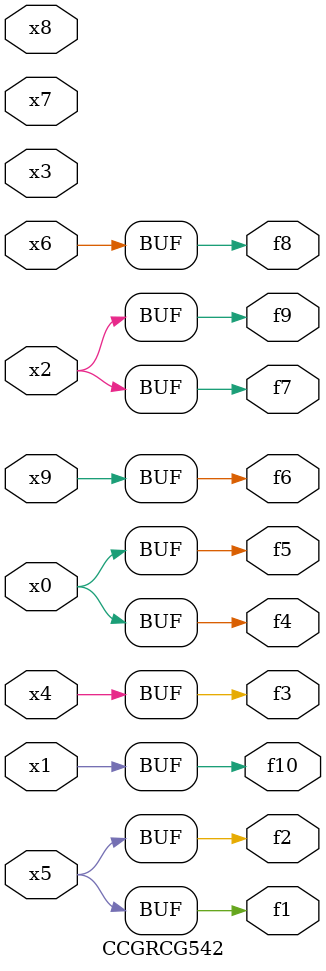
<source format=v>
module CCGRCG542(
	input x0, x1, x2, x3, x4, x5, x6, x7, x8, x9,
	output f1, f2, f3, f4, f5, f6, f7, f8, f9, f10
);
	assign f1 = x5;
	assign f2 = x5;
	assign f3 = x4;
	assign f4 = x0;
	assign f5 = x0;
	assign f6 = x9;
	assign f7 = x2;
	assign f8 = x6;
	assign f9 = x2;
	assign f10 = x1;
endmodule

</source>
